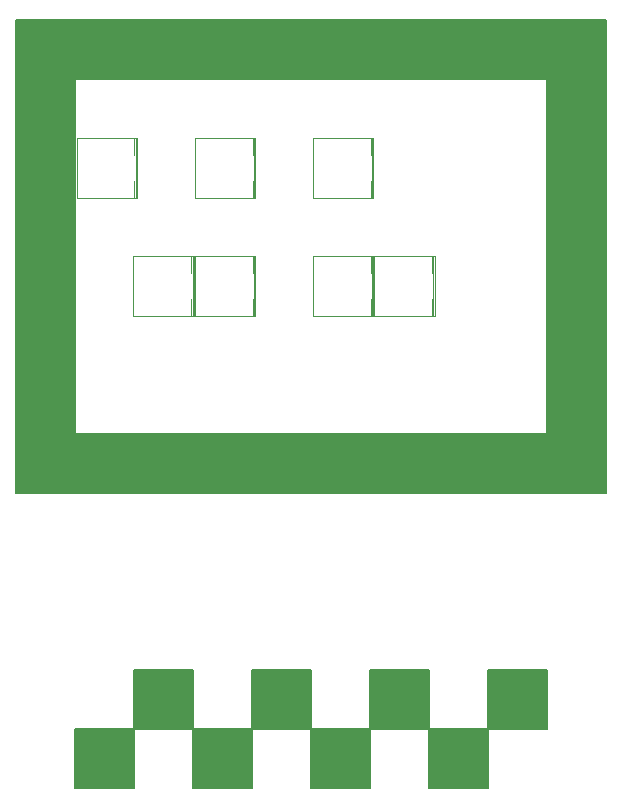
<source format=gbr>
G04 #@! TF.GenerationSoftware,KiCad,Pcbnew,(6.0.0-rc1-dev-1198-gf6cdcc1db)*
G04 #@! TF.CreationDate,2018-11-21T14:47:26-05:00*
G04 #@! TF.ProjectId,recurse-logo,72656375-7273-4652-9d6c-6f676f2e6b69,rev?*
G04 #@! TF.SameCoordinates,Original*
G04 #@! TF.FileFunction,Legend,Top*
G04 #@! TF.FilePolarity,Positive*
%FSLAX46Y46*%
G04 Gerber Fmt 4.6, Leading zero omitted, Abs format (unit mm)*
G04 Created by KiCad (PCBNEW (6.0.0-rc1-dev-1198-gf6cdcc1db)) date Wednesday, November 21, 2018 at 02:47:26 PM*
%MOMM*%
%LPD*%
G01*
G04 APERTURE LIST*
%ADD10C,0.150000*%
%ADD11C,0.120000*%
G04 APERTURE END LIST*
D10*
G36*
X57000000Y-77000000D02*
X57000000Y-72000000D01*
X62000000Y-72000000D01*
X62000000Y-77000000D01*
X57000000Y-77000000D01*
G37*
X57000000Y-77000000D02*
X57000000Y-72000000D01*
X62000000Y-72000000D01*
X62000000Y-77000000D01*
X57000000Y-77000000D01*
G36*
X52000000Y-77000000D02*
X52000000Y-82000000D01*
X57000000Y-82000000D01*
X57000000Y-77000000D01*
X52000000Y-77000000D01*
G37*
X52000000Y-77000000D02*
X52000000Y-82000000D01*
X57000000Y-82000000D01*
X57000000Y-77000000D01*
X52000000Y-77000000D01*
G36*
X47000000Y-77000000D02*
X47000000Y-72000000D01*
X52000000Y-72000000D01*
X52000000Y-77000000D01*
X47000000Y-77000000D01*
G37*
X47000000Y-77000000D02*
X47000000Y-72000000D01*
X52000000Y-72000000D01*
X52000000Y-77000000D01*
X47000000Y-77000000D01*
G36*
X42000000Y-77000000D02*
X42000000Y-82000000D01*
X47000000Y-82000000D01*
X47000000Y-77000000D01*
X42000000Y-77000000D01*
G37*
X42000000Y-77000000D02*
X42000000Y-82000000D01*
X47000000Y-82000000D01*
X47000000Y-77000000D01*
X42000000Y-77000000D01*
G36*
X37000000Y-77000000D02*
X37000000Y-72000000D01*
X42000000Y-72000000D01*
X42000000Y-77000000D01*
X37000000Y-77000000D01*
G37*
X37000000Y-77000000D02*
X37000000Y-72000000D01*
X42000000Y-72000000D01*
X42000000Y-77000000D01*
X37000000Y-77000000D01*
G36*
X32000000Y-77000000D02*
X32000000Y-82000000D01*
X37000000Y-82000000D01*
X37000000Y-77000000D01*
X32000000Y-77000000D01*
G37*
X32000000Y-77000000D02*
X32000000Y-82000000D01*
X37000000Y-82000000D01*
X37000000Y-77000000D01*
X32000000Y-77000000D01*
G36*
X27000000Y-77000000D02*
X27000000Y-72000000D01*
X32000000Y-72000000D01*
X32000000Y-77000000D01*
X27000000Y-77000000D01*
G37*
X27000000Y-77000000D02*
X27000000Y-72000000D01*
X32000000Y-72000000D01*
X32000000Y-77000000D01*
X27000000Y-77000000D01*
G36*
X22000000Y-82000000D02*
X22000000Y-77000000D01*
X27000000Y-77000000D01*
X27000000Y-82000000D01*
X22000000Y-82000000D01*
G37*
X22000000Y-82000000D02*
X22000000Y-77000000D01*
X27000000Y-77000000D01*
X27000000Y-82000000D01*
X22000000Y-82000000D01*
G36*
X17000000Y-57000000D02*
X17000000Y-17000000D01*
X22000000Y-17000000D01*
X22000000Y-57000000D01*
X17000000Y-57000000D01*
G37*
X17000000Y-57000000D02*
X17000000Y-17000000D01*
X22000000Y-17000000D01*
X22000000Y-57000000D01*
X17000000Y-57000000D01*
G36*
X67000000Y-57000000D02*
X67000000Y-52000000D01*
X17000000Y-52000000D01*
X17000000Y-57000000D01*
X67000000Y-57000000D01*
G37*
X67000000Y-57000000D02*
X67000000Y-52000000D01*
X17000000Y-52000000D01*
X17000000Y-57000000D01*
X67000000Y-57000000D01*
G36*
X62000000Y-17000000D02*
X67000000Y-17000000D01*
X67000000Y-57000000D01*
X62000000Y-57000000D01*
X62000000Y-17000000D01*
G37*
X62000000Y-17000000D02*
X67000000Y-17000000D01*
X67000000Y-57000000D01*
X62000000Y-57000000D01*
X62000000Y-17000000D01*
G36*
X17000000Y-17000000D02*
X67000000Y-17000000D01*
X67000000Y-22000000D01*
X17000000Y-22000000D01*
X17000000Y-17000000D01*
G37*
X17000000Y-17000000D02*
X67000000Y-17000000D01*
X67000000Y-22000000D01*
X17000000Y-22000000D01*
X17000000Y-17000000D01*
D11*
G04 #@! TO.C,D6*
X47051000Y-38420000D02*
X47051000Y-36940000D01*
X47051000Y-42060000D02*
X47051000Y-40580000D01*
X47170000Y-42060000D02*
X47170000Y-36940000D01*
X42170000Y-42060000D02*
X42170000Y-36940000D01*
X47290000Y-42060000D02*
X47290000Y-36940000D01*
X47290000Y-36940000D02*
X42170000Y-36940000D01*
X47290000Y-42060000D02*
X42170000Y-42060000D01*
G04 #@! TO.C,D1*
X27051000Y-28420000D02*
X27051000Y-26940000D01*
X27051000Y-32060000D02*
X27051000Y-30580000D01*
X27170000Y-32060000D02*
X27170000Y-26940000D01*
X22170000Y-32060000D02*
X22170000Y-26940000D01*
X27290000Y-32060000D02*
X27290000Y-26940000D01*
X27290000Y-26940000D02*
X22170000Y-26940000D01*
X27290000Y-32060000D02*
X22170000Y-32060000D01*
G04 #@! TO.C,D2*
X37051000Y-28420000D02*
X37051000Y-26940000D01*
X37051000Y-32060000D02*
X37051000Y-30580000D01*
X37170000Y-32060000D02*
X37170000Y-26940000D01*
X32170000Y-32060000D02*
X32170000Y-26940000D01*
X37290000Y-32060000D02*
X37290000Y-26940000D01*
X37290000Y-26940000D02*
X32170000Y-26940000D01*
X37290000Y-32060000D02*
X32170000Y-32060000D01*
G04 #@! TO.C,D3*
X47290000Y-32060000D02*
X42170000Y-32060000D01*
X47290000Y-26940000D02*
X42170000Y-26940000D01*
X47290000Y-32060000D02*
X47290000Y-26940000D01*
X42170000Y-32060000D02*
X42170000Y-26940000D01*
X47170000Y-32060000D02*
X47170000Y-26940000D01*
X47051000Y-32060000D02*
X47051000Y-30580000D01*
X47051000Y-28420000D02*
X47051000Y-26940000D01*
G04 #@! TO.C,D4*
X32090000Y-42060000D02*
X26970000Y-42060000D01*
X32090000Y-36940000D02*
X26970000Y-36940000D01*
X32090000Y-42060000D02*
X32090000Y-36940000D01*
X26970000Y-42060000D02*
X26970000Y-36940000D01*
X31970000Y-42060000D02*
X31970000Y-36940000D01*
X31851000Y-42060000D02*
X31851000Y-40580000D01*
X31851000Y-38420000D02*
X31851000Y-36940000D01*
G04 #@! TO.C,D5*
X37290000Y-42060000D02*
X32170000Y-42060000D01*
X37290000Y-36940000D02*
X32170000Y-36940000D01*
X37290000Y-42060000D02*
X37290000Y-36940000D01*
X32170000Y-42060000D02*
X32170000Y-36940000D01*
X37170000Y-42060000D02*
X37170000Y-36940000D01*
X37051000Y-42060000D02*
X37051000Y-40580000D01*
X37051000Y-38420000D02*
X37051000Y-36940000D01*
G04 #@! TO.C,D7*
X52490000Y-42060000D02*
X47370000Y-42060000D01*
X52490000Y-36940000D02*
X47370000Y-36940000D01*
X52490000Y-42060000D02*
X52490000Y-36940000D01*
X47370000Y-42060000D02*
X47370000Y-36940000D01*
X52370000Y-42060000D02*
X52370000Y-36940000D01*
X52251000Y-42060000D02*
X52251000Y-40580000D01*
X52251000Y-38420000D02*
X52251000Y-36940000D01*
G04 #@! TD*
M02*

</source>
